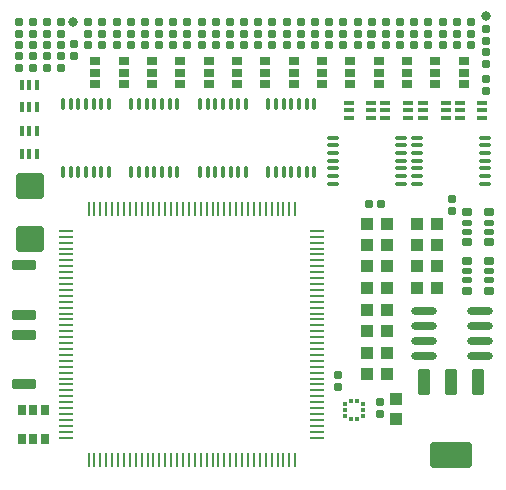
<source format=gtp>
G04*
G04 #@! TF.GenerationSoftware,Altium Limited,Altium Designer,22.11.1 (43)*
G04*
G04 Layer_Color=8421504*
%FSLAX25Y25*%
%MOIN*%
G70*
G04*
G04 #@! TF.SameCoordinates,07D1034A-46FA-41E3-90C9-D2F90A9C3CC4*
G04*
G04*
G04 #@! TF.FilePolarity,Positive*
G04*
G01*
G75*
G04:AMPARAMS|DCode=18|XSize=43.31mil|YSize=84.65mil|CornerRadius=4.33mil|HoleSize=0mil|Usage=FLASHONLY|Rotation=180.000|XOffset=0mil|YOffset=0mil|HoleType=Round|Shape=RoundedRectangle|*
%AMROUNDEDRECTD18*
21,1,0.04331,0.07598,0,0,180.0*
21,1,0.03465,0.08465,0,0,180.0*
1,1,0.00866,-0.01732,0.03799*
1,1,0.00866,0.01732,0.03799*
1,1,0.00866,0.01732,-0.03799*
1,1,0.00866,-0.01732,-0.03799*
%
%ADD18ROUNDEDRECTD18*%
G04:AMPARAMS|DCode=19|XSize=43.31mil|YSize=84.65mil|CornerRadius=4.33mil|HoleSize=0mil|Usage=FLASHONLY|Rotation=180.000|XOffset=0mil|YOffset=0mil|HoleType=Round|Shape=RoundedRectangle|*
%AMROUNDEDRECTD19*
21,1,0.04331,0.07599,0,0,180.0*
21,1,0.03465,0.08465,0,0,180.0*
1,1,0.00866,-0.01732,0.03799*
1,1,0.00866,0.01732,0.03799*
1,1,0.00866,0.01732,-0.03799*
1,1,0.00866,-0.01732,-0.03799*
%
%ADD19ROUNDEDRECTD19*%
G04:AMPARAMS|DCode=20|XSize=137.8mil|YSize=84.65mil|CornerRadius=8.47mil|HoleSize=0mil|Usage=FLASHONLY|Rotation=180.000|XOffset=0mil|YOffset=0mil|HoleType=Round|Shape=RoundedRectangle|*
%AMROUNDEDRECTD20*
21,1,0.13780,0.06772,0,0,180.0*
21,1,0.12087,0.08465,0,0,180.0*
1,1,0.01693,-0.06043,0.03386*
1,1,0.01693,0.06043,0.03386*
1,1,0.01693,0.06043,-0.03386*
1,1,0.01693,-0.06043,-0.03386*
%
%ADD20ROUNDEDRECTD20*%
%ADD21O,0.05118X0.00866*%
%ADD22O,0.00866X0.05118*%
G04:AMPARAMS|DCode=23|XSize=39.37mil|YSize=43.31mil|CornerRadius=3.94mil|HoleSize=0mil|Usage=FLASHONLY|Rotation=180.000|XOffset=0mil|YOffset=0mil|HoleType=Round|Shape=RoundedRectangle|*
%AMROUNDEDRECTD23*
21,1,0.03937,0.03543,0,0,180.0*
21,1,0.03150,0.04331,0,0,180.0*
1,1,0.00787,-0.01575,0.01772*
1,1,0.00787,0.01575,0.01772*
1,1,0.00787,0.01575,-0.01772*
1,1,0.00787,-0.01575,-0.01772*
%
%ADD23ROUNDEDRECTD23*%
G04:AMPARAMS|DCode=24|XSize=23.62mil|YSize=35.43mil|CornerRadius=2.36mil|HoleSize=0mil|Usage=FLASHONLY|Rotation=0.000|XOffset=0mil|YOffset=0mil|HoleType=Round|Shape=RoundedRectangle|*
%AMROUNDEDRECTD24*
21,1,0.02362,0.03071,0,0,0.0*
21,1,0.01890,0.03543,0,0,0.0*
1,1,0.00472,0.00945,-0.01535*
1,1,0.00472,-0.00945,-0.01535*
1,1,0.00472,-0.00945,0.01535*
1,1,0.00472,0.00945,0.01535*
%
%ADD24ROUNDEDRECTD24*%
G04:AMPARAMS|DCode=25|XSize=27.56mil|YSize=23.62mil|CornerRadius=2.36mil|HoleSize=0mil|Usage=FLASHONLY|Rotation=0.000|XOffset=0mil|YOffset=0mil|HoleType=Round|Shape=RoundedRectangle|*
%AMROUNDEDRECTD25*
21,1,0.02756,0.01890,0,0,0.0*
21,1,0.02284,0.02362,0,0,0.0*
1,1,0.00472,0.01142,-0.00945*
1,1,0.00472,-0.01142,-0.00945*
1,1,0.00472,-0.01142,0.00945*
1,1,0.00472,0.01142,0.00945*
%
%ADD25ROUNDEDRECTD25*%
G04:AMPARAMS|DCode=26|XSize=23.62mil|YSize=35.43mil|CornerRadius=2.36mil|HoleSize=0mil|Usage=FLASHONLY|Rotation=90.000|XOffset=0mil|YOffset=0mil|HoleType=Round|Shape=RoundedRectangle|*
%AMROUNDEDRECTD26*
21,1,0.02362,0.03071,0,0,90.0*
21,1,0.01890,0.03543,0,0,90.0*
1,1,0.00472,0.01535,0.00945*
1,1,0.00472,0.01535,-0.00945*
1,1,0.00472,-0.01535,-0.00945*
1,1,0.00472,-0.01535,0.00945*
%
%ADD26ROUNDEDRECTD26*%
G04:AMPARAMS|DCode=27|XSize=86.61mil|YSize=90.55mil|CornerRadius=8.66mil|HoleSize=0mil|Usage=FLASHONLY|Rotation=270.000|XOffset=0mil|YOffset=0mil|HoleType=Round|Shape=RoundedRectangle|*
%AMROUNDEDRECTD27*
21,1,0.08661,0.07323,0,0,270.0*
21,1,0.06929,0.09055,0,0,270.0*
1,1,0.01732,-0.03661,-0.03465*
1,1,0.01732,-0.03661,0.03465*
1,1,0.01732,0.03661,0.03465*
1,1,0.01732,0.03661,-0.03465*
%
%ADD27ROUNDEDRECTD27*%
%ADD28C,0.03150*%
G04:AMPARAMS|DCode=29|XSize=25.59mil|YSize=31.5mil|CornerRadius=2.56mil|HoleSize=0mil|Usage=FLASHONLY|Rotation=270.000|XOffset=0mil|YOffset=0mil|HoleType=Round|Shape=RoundedRectangle|*
%AMROUNDEDRECTD29*
21,1,0.02559,0.02638,0,0,270.0*
21,1,0.02047,0.03150,0,0,270.0*
1,1,0.00512,-0.01319,-0.01024*
1,1,0.00512,-0.01319,0.01024*
1,1,0.00512,0.01319,0.01024*
1,1,0.00512,0.01319,-0.01024*
%
%ADD29ROUNDEDRECTD29*%
G04:AMPARAMS|DCode=30|XSize=17.72mil|YSize=31.5mil|CornerRadius=1.77mil|HoleSize=0mil|Usage=FLASHONLY|Rotation=270.000|XOffset=0mil|YOffset=0mil|HoleType=Round|Shape=RoundedRectangle|*
%AMROUNDEDRECTD30*
21,1,0.01772,0.02795,0,0,270.0*
21,1,0.01417,0.03150,0,0,270.0*
1,1,0.00354,-0.01398,-0.00709*
1,1,0.00354,-0.01398,0.00709*
1,1,0.00354,0.01398,0.00709*
1,1,0.00354,0.01398,-0.00709*
%
%ADD30ROUNDEDRECTD30*%
G04:AMPARAMS|DCode=31|XSize=31.5mil|YSize=78.74mil|CornerRadius=3.15mil|HoleSize=0mil|Usage=FLASHONLY|Rotation=270.000|XOffset=0mil|YOffset=0mil|HoleType=Round|Shape=RoundedRectangle|*
%AMROUNDEDRECTD31*
21,1,0.03150,0.07244,0,0,270.0*
21,1,0.02520,0.07874,0,0,270.0*
1,1,0.00630,-0.03622,-0.01260*
1,1,0.00630,-0.03622,0.01260*
1,1,0.00630,0.03622,0.01260*
1,1,0.00630,0.03622,-0.01260*
%
%ADD31ROUNDEDRECTD31*%
%ADD32O,0.01181X0.04331*%
%ADD33O,0.04331X0.01181*%
G04:AMPARAMS|DCode=34|XSize=12.6mil|YSize=31.5mil|CornerRadius=1.26mil|HoleSize=0mil|Usage=FLASHONLY|Rotation=270.000|XOffset=0mil|YOffset=0mil|HoleType=Round|Shape=RoundedRectangle|*
%AMROUNDEDRECTD34*
21,1,0.01260,0.02898,0,0,270.0*
21,1,0.01008,0.03150,0,0,270.0*
1,1,0.00252,-0.01449,-0.00504*
1,1,0.00252,-0.01449,0.00504*
1,1,0.00252,0.01449,0.00504*
1,1,0.00252,0.01449,-0.00504*
%
%ADD34ROUNDEDRECTD34*%
%ADD35O,0.08661X0.02362*%
G04:AMPARAMS|DCode=36|XSize=12.6mil|YSize=31.5mil|CornerRadius=1.26mil|HoleSize=0mil|Usage=FLASHONLY|Rotation=0.000|XOffset=0mil|YOffset=0mil|HoleType=Round|Shape=RoundedRectangle|*
%AMROUNDEDRECTD36*
21,1,0.01260,0.02898,0,0,0.0*
21,1,0.01008,0.03150,0,0,0.0*
1,1,0.00252,0.00504,-0.01449*
1,1,0.00252,-0.00504,-0.01449*
1,1,0.00252,-0.00504,0.01449*
1,1,0.00252,0.00504,0.01449*
%
%ADD36ROUNDEDRECTD36*%
%ADD37R,0.01476X0.01378*%
%ADD38R,0.01378X0.01476*%
G04:AMPARAMS|DCode=39|XSize=39.37mil|YSize=43.31mil|CornerRadius=3.94mil|HoleSize=0mil|Usage=FLASHONLY|Rotation=90.000|XOffset=0mil|YOffset=0mil|HoleType=Round|Shape=RoundedRectangle|*
%AMROUNDEDRECTD39*
21,1,0.03937,0.03543,0,0,90.0*
21,1,0.03150,0.04331,0,0,90.0*
1,1,0.00787,0.01772,0.01575*
1,1,0.00787,0.01772,-0.01575*
1,1,0.00787,-0.01772,-0.01575*
1,1,0.00787,-0.01772,0.01575*
%
%ADD39ROUNDEDRECTD39*%
G04:AMPARAMS|DCode=40|XSize=27.56mil|YSize=23.62mil|CornerRadius=2.36mil|HoleSize=0mil|Usage=FLASHONLY|Rotation=270.000|XOffset=0mil|YOffset=0mil|HoleType=Round|Shape=RoundedRectangle|*
%AMROUNDEDRECTD40*
21,1,0.02756,0.01890,0,0,270.0*
21,1,0.02284,0.02362,0,0,270.0*
1,1,0.00472,-0.00945,-0.01142*
1,1,0.00472,-0.00945,0.01142*
1,1,0.00472,0.00945,0.01142*
1,1,0.00472,0.00945,-0.01142*
%
%ADD40ROUNDEDRECTD40*%
D18*
X159055Y32677D02*
D03*
X140945D02*
D03*
D19*
X150000D02*
D03*
D20*
X150000Y8268D02*
D03*
D21*
X105512Y14173D02*
D03*
Y16142D02*
D03*
X105512Y18110D02*
D03*
Y20079D02*
D03*
Y22047D02*
D03*
Y24016D02*
D03*
Y25984D02*
D03*
X105512Y27953D02*
D03*
Y29921D02*
D03*
Y31890D02*
D03*
X105512Y33858D02*
D03*
Y35827D02*
D03*
Y37795D02*
D03*
Y39764D02*
D03*
Y41732D02*
D03*
Y43701D02*
D03*
Y45669D02*
D03*
Y47638D02*
D03*
Y49606D02*
D03*
Y51575D02*
D03*
Y53543D02*
D03*
X105512Y55512D02*
D03*
X105512Y57480D02*
D03*
Y59449D02*
D03*
Y61417D02*
D03*
Y63386D02*
D03*
Y65354D02*
D03*
X105512Y67323D02*
D03*
Y69291D02*
D03*
Y71260D02*
D03*
X105512Y73228D02*
D03*
Y75197D02*
D03*
Y77165D02*
D03*
Y79134D02*
D03*
Y81102D02*
D03*
X105512Y83071D02*
D03*
X21850D02*
D03*
X21850Y81102D02*
D03*
Y79134D02*
D03*
Y77165D02*
D03*
Y75197D02*
D03*
Y73228D02*
D03*
X21850Y71260D02*
D03*
Y69291D02*
D03*
Y67323D02*
D03*
X21850Y65354D02*
D03*
Y63386D02*
D03*
Y61417D02*
D03*
Y59449D02*
D03*
Y57480D02*
D03*
X21850Y55512D02*
D03*
X21850Y53543D02*
D03*
Y51575D02*
D03*
Y49606D02*
D03*
Y47638D02*
D03*
Y45669D02*
D03*
Y43701D02*
D03*
Y41732D02*
D03*
Y39764D02*
D03*
Y37795D02*
D03*
Y35827D02*
D03*
Y33858D02*
D03*
X21850Y31890D02*
D03*
Y29921D02*
D03*
Y27953D02*
D03*
X21850Y25984D02*
D03*
Y24016D02*
D03*
Y22047D02*
D03*
Y20079D02*
D03*
Y18110D02*
D03*
X21850Y16142D02*
D03*
Y14173D02*
D03*
D22*
X98130Y90453D02*
D03*
X96161D02*
D03*
X94193Y90453D02*
D03*
X92224D02*
D03*
X90256D02*
D03*
X88287D02*
D03*
X86319D02*
D03*
X84350Y90453D02*
D03*
X82382D02*
D03*
X80413D02*
D03*
X78445Y90453D02*
D03*
X76476D02*
D03*
X74508D02*
D03*
X72539D02*
D03*
X70571D02*
D03*
X68602D02*
D03*
X66634D02*
D03*
X64665D02*
D03*
X62697D02*
D03*
X60728D02*
D03*
X58760D02*
D03*
X56791Y90453D02*
D03*
X54823Y90453D02*
D03*
X52854D02*
D03*
X50886D02*
D03*
X48917D02*
D03*
X46949D02*
D03*
X44980Y90453D02*
D03*
X43012D02*
D03*
X41043D02*
D03*
X39075Y90453D02*
D03*
X37106D02*
D03*
X35138D02*
D03*
X33169D02*
D03*
X31201D02*
D03*
X29232Y90453D02*
D03*
Y6791D02*
D03*
X31201Y6791D02*
D03*
X33169D02*
D03*
X35138D02*
D03*
X37106D02*
D03*
X39075D02*
D03*
X41043Y6791D02*
D03*
X43012D02*
D03*
X44980D02*
D03*
X46949Y6791D02*
D03*
X48917D02*
D03*
X50886D02*
D03*
X52854D02*
D03*
X54823D02*
D03*
X56791Y6791D02*
D03*
X58760Y6791D02*
D03*
X60728D02*
D03*
X62697D02*
D03*
X64665D02*
D03*
X66634D02*
D03*
X68602D02*
D03*
X70571D02*
D03*
X72539D02*
D03*
X74508D02*
D03*
X76476D02*
D03*
X78445D02*
D03*
X80413Y6791D02*
D03*
X82382D02*
D03*
X84350D02*
D03*
X86319Y6791D02*
D03*
X88287D02*
D03*
X90256D02*
D03*
X92224D02*
D03*
X94193D02*
D03*
X96161Y6791D02*
D03*
X98130D02*
D03*
D23*
X128740Y56693D02*
D03*
X122047Y56693D02*
D03*
Y49606D02*
D03*
X128740D02*
D03*
Y42520D02*
D03*
X122047D02*
D03*
Y35433D02*
D03*
X128740D02*
D03*
X138583Y64173D02*
D03*
X145276D02*
D03*
X122047Y64173D02*
D03*
X128740Y64173D02*
D03*
X138583Y71260D02*
D03*
X145276Y71260D02*
D03*
X122047Y71260D02*
D03*
X128740D02*
D03*
X138583Y78347D02*
D03*
X145276D02*
D03*
X122047D02*
D03*
X128740D02*
D03*
X145276Y85433D02*
D03*
X138583Y85433D02*
D03*
X122047Y85433D02*
D03*
X128740D02*
D03*
D24*
X7086Y13780D02*
D03*
X10827D02*
D03*
X14567D02*
D03*
Y23228D02*
D03*
X10827D02*
D03*
X7086D02*
D03*
D25*
X161811Y150394D02*
D03*
Y146457D02*
D03*
X15354Y137402D02*
D03*
Y141339D02*
D03*
X118898Y148819D02*
D03*
Y152756D02*
D03*
X104724Y148819D02*
D03*
X104724Y152756D02*
D03*
X85827Y144882D02*
D03*
Y148819D02*
D03*
Y152756D02*
D03*
Y148819D02*
D03*
X76378D02*
D03*
X76378Y144882D02*
D03*
X76378Y148819D02*
D03*
X76378Y152756D02*
D03*
X52756Y144882D02*
D03*
Y148819D02*
D03*
X29134D02*
D03*
X29134Y144882D02*
D03*
X29134Y148819D02*
D03*
X29134Y152756D02*
D03*
X112500Y35039D02*
D03*
Y31102D02*
D03*
X24409Y145276D02*
D03*
Y141339D02*
D03*
X161811Y129724D02*
D03*
Y133661D02*
D03*
X150394Y93701D02*
D03*
Y89764D02*
D03*
X5906Y141339D02*
D03*
Y137402D02*
D03*
X10630Y141339D02*
D03*
Y137402D02*
D03*
X20079Y141339D02*
D03*
Y137402D02*
D03*
X156693Y148819D02*
D03*
Y144882D02*
D03*
X151969Y148819D02*
D03*
Y144882D02*
D03*
X147244Y148819D02*
D03*
Y144882D02*
D03*
X142520Y148819D02*
D03*
Y144882D02*
D03*
X156693Y148819D02*
D03*
Y152756D02*
D03*
X151969Y148819D02*
D03*
Y152756D02*
D03*
X147244Y148819D02*
D03*
Y152756D02*
D03*
X142520Y148819D02*
D03*
Y152756D02*
D03*
X137795Y148819D02*
D03*
Y144882D02*
D03*
X133071Y148819D02*
D03*
Y144882D02*
D03*
X128347Y148819D02*
D03*
X128346Y144882D02*
D03*
X123504Y148819D02*
D03*
Y144882D02*
D03*
X137795Y148819D02*
D03*
Y152756D02*
D03*
X133071Y148819D02*
D03*
Y152756D02*
D03*
X128347Y148819D02*
D03*
X128346Y152756D02*
D03*
X123622Y148819D02*
D03*
Y152756D02*
D03*
X118898Y148819D02*
D03*
Y144882D02*
D03*
X114173Y148819D02*
D03*
Y144882D02*
D03*
X109449Y148819D02*
D03*
Y144882D02*
D03*
X104724Y148819D02*
D03*
Y144882D02*
D03*
X114173Y148819D02*
D03*
X114173Y152756D02*
D03*
X109449Y148819D02*
D03*
Y152756D02*
D03*
X100000Y144882D02*
D03*
Y148819D02*
D03*
X95276Y144882D02*
D03*
Y148819D02*
D03*
X90551Y144882D02*
D03*
Y148819D02*
D03*
X100000Y152756D02*
D03*
Y148819D02*
D03*
X95276Y152756D02*
D03*
Y148819D02*
D03*
X90551Y152756D02*
D03*
Y148819D02*
D03*
X81102D02*
D03*
Y144882D02*
D03*
X71653Y148819D02*
D03*
Y144882D02*
D03*
X66929Y148819D02*
D03*
Y144882D02*
D03*
X81102Y148819D02*
D03*
Y152756D02*
D03*
X71653Y148819D02*
D03*
Y152756D02*
D03*
X66929Y148819D02*
D03*
Y152756D02*
D03*
X62205Y144882D02*
D03*
Y148819D02*
D03*
X57480Y144882D02*
D03*
Y148819D02*
D03*
X48031Y144882D02*
D03*
Y148819D02*
D03*
X62205Y152756D02*
D03*
Y148819D02*
D03*
X57480Y152756D02*
D03*
Y148819D02*
D03*
X52756Y152756D02*
D03*
Y148819D02*
D03*
X48031Y152756D02*
D03*
Y148819D02*
D03*
X43307D02*
D03*
X43307Y144882D02*
D03*
X38583Y148819D02*
D03*
Y144882D02*
D03*
X33858Y148819D02*
D03*
Y144882D02*
D03*
X43307Y148819D02*
D03*
X43307Y152756D02*
D03*
X38583Y148819D02*
D03*
Y152756D02*
D03*
X33858Y148819D02*
D03*
Y152756D02*
D03*
X20079Y144882D02*
D03*
Y148819D02*
D03*
X15354Y144882D02*
D03*
Y148819D02*
D03*
X10630Y144882D02*
D03*
Y148819D02*
D03*
X5906Y144882D02*
D03*
Y148819D02*
D03*
X20079Y152756D02*
D03*
Y148819D02*
D03*
X15354Y152756D02*
D03*
Y148819D02*
D03*
X10630Y152756D02*
D03*
Y148819D02*
D03*
X5906Y152756D02*
D03*
Y148819D02*
D03*
X161811Y138779D02*
D03*
Y142717D02*
D03*
X126378Y25984D02*
D03*
Y22047D02*
D03*
D26*
X107087Y132087D02*
D03*
Y135827D02*
D03*
Y139567D02*
D03*
X116535Y139567D02*
D03*
Y135827D02*
D03*
X116535Y132087D02*
D03*
X144882D02*
D03*
X144882Y135827D02*
D03*
Y139567D02*
D03*
X154331D02*
D03*
Y135827D02*
D03*
X154331Y132087D02*
D03*
X125984Y132087D02*
D03*
Y135827D02*
D03*
Y139567D02*
D03*
X135433Y139567D02*
D03*
Y135827D02*
D03*
Y132087D02*
D03*
X88189D02*
D03*
Y135827D02*
D03*
Y139567D02*
D03*
X97638Y139567D02*
D03*
Y135827D02*
D03*
X97638Y132087D02*
D03*
X69291D02*
D03*
Y135827D02*
D03*
Y139567D02*
D03*
X78740D02*
D03*
Y135827D02*
D03*
Y132087D02*
D03*
X50394Y132087D02*
D03*
Y135827D02*
D03*
Y139567D02*
D03*
X59842D02*
D03*
Y135827D02*
D03*
Y132087D02*
D03*
X31496D02*
D03*
Y135827D02*
D03*
Y139567D02*
D03*
X40945Y139567D02*
D03*
Y135827D02*
D03*
X40945Y132087D02*
D03*
D27*
X9843Y98032D02*
D03*
Y80315D02*
D03*
D28*
X24134Y152756D02*
D03*
X161811Y154724D02*
D03*
D29*
X155512Y79232D02*
D03*
X162598D02*
D03*
Y89272D02*
D03*
X155512D02*
D03*
Y73130D02*
D03*
X162598D02*
D03*
Y63091D02*
D03*
X155512D02*
D03*
D30*
X162598Y85827D02*
D03*
Y82677D02*
D03*
X155512D02*
D03*
Y85827D02*
D03*
Y69685D02*
D03*
Y66536D02*
D03*
X162598D02*
D03*
Y69685D02*
D03*
D31*
X7874Y31890D02*
D03*
Y48425D02*
D03*
Y71654D02*
D03*
Y55118D02*
D03*
D32*
X20669Y102756D02*
D03*
X23228D02*
D03*
X25787D02*
D03*
X28346D02*
D03*
X30906D02*
D03*
X33465D02*
D03*
X36024D02*
D03*
X20669Y125197D02*
D03*
X23228Y125197D02*
D03*
X25787D02*
D03*
X28346Y125197D02*
D03*
X30906Y125197D02*
D03*
X33465D02*
D03*
X36024Y125197D02*
D03*
X89173Y102756D02*
D03*
X91732D02*
D03*
X94291D02*
D03*
X96850D02*
D03*
X99409D02*
D03*
X101969D02*
D03*
X104527D02*
D03*
X89173Y125197D02*
D03*
X91732D02*
D03*
X94291D02*
D03*
X96850D02*
D03*
X99409D02*
D03*
X101969D02*
D03*
X104527D02*
D03*
X66338Y102756D02*
D03*
X68898D02*
D03*
X71457D02*
D03*
X74016D02*
D03*
X76575D02*
D03*
X79134D02*
D03*
X81693D02*
D03*
X66338Y125197D02*
D03*
X68898D02*
D03*
X71457D02*
D03*
X74016D02*
D03*
X76575D02*
D03*
X79134D02*
D03*
X81693D02*
D03*
X43504Y102756D02*
D03*
X46063D02*
D03*
X48622D02*
D03*
X51181D02*
D03*
X53740D02*
D03*
X56299D02*
D03*
X58858D02*
D03*
X43504Y125197D02*
D03*
X46063D02*
D03*
X48622D02*
D03*
X51181D02*
D03*
X53740D02*
D03*
X56299D02*
D03*
X58858D02*
D03*
D33*
X110827Y114173D02*
D03*
Y111614D02*
D03*
Y109055D02*
D03*
Y106496D02*
D03*
Y103937D02*
D03*
Y101378D02*
D03*
Y98819D02*
D03*
X133268Y114173D02*
D03*
Y111614D02*
D03*
Y109055D02*
D03*
Y106496D02*
D03*
Y103937D02*
D03*
Y101378D02*
D03*
Y98819D02*
D03*
X138779Y114173D02*
D03*
Y111614D02*
D03*
Y109055D02*
D03*
Y106496D02*
D03*
Y103937D02*
D03*
Y101378D02*
D03*
Y98819D02*
D03*
X161220Y114173D02*
D03*
Y111614D02*
D03*
Y109055D02*
D03*
Y106496D02*
D03*
Y103937D02*
D03*
Y101378D02*
D03*
Y98819D02*
D03*
D34*
X128150Y125787D02*
D03*
Y123228D02*
D03*
Y120669D02*
D03*
X135630Y125787D02*
D03*
Y123228D02*
D03*
Y120669D02*
D03*
X148228Y120669D02*
D03*
Y123228D02*
D03*
Y125787D02*
D03*
X140748Y120669D02*
D03*
Y123228D02*
D03*
Y125787D02*
D03*
X152953Y125787D02*
D03*
Y123228D02*
D03*
Y120669D02*
D03*
X160433Y125787D02*
D03*
Y123228D02*
D03*
Y120669D02*
D03*
X123425Y120669D02*
D03*
Y123228D02*
D03*
Y125787D02*
D03*
X115945Y120669D02*
D03*
Y123228D02*
D03*
Y125787D02*
D03*
D35*
X159842Y41317D02*
D03*
X159842Y46317D02*
D03*
X159842Y51317D02*
D03*
Y56317D02*
D03*
X140945Y41317D02*
D03*
X140945Y46317D02*
D03*
X140945Y51317D02*
D03*
Y56317D02*
D03*
D36*
X6890Y108858D02*
D03*
X9449D02*
D03*
X12008D02*
D03*
X6890Y116339D02*
D03*
X9449Y116339D02*
D03*
X12008Y116339D02*
D03*
X6890Y124213D02*
D03*
X9449Y124213D02*
D03*
X12008Y124213D02*
D03*
X6890Y131693D02*
D03*
X9449D02*
D03*
X12008D02*
D03*
D37*
X120719Y25197D02*
D03*
Y23228D02*
D03*
Y21260D02*
D03*
X114715D02*
D03*
Y23228D02*
D03*
Y25197D02*
D03*
D38*
X118701Y20226D02*
D03*
X116732D02*
D03*
Y26230D02*
D03*
X118701D02*
D03*
D39*
X131595Y27165D02*
D03*
Y20472D02*
D03*
D40*
X122835Y92126D02*
D03*
X126772D02*
D03*
M02*

</source>
